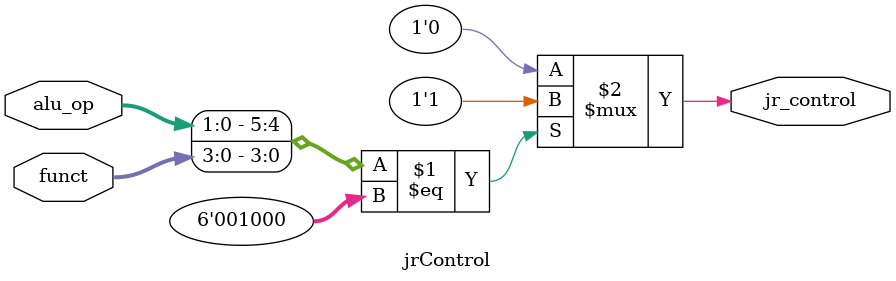
<source format=v>
`timescale 1ns/10ps
module jrControl(
  input [1:0] alu_op,
  input [3:0] funct,
  output jr_control);
  
  assign jr_control = ({alu_op, funct} == 6'b001000) ? 1'b1 : 1'b0;
endmodule
</source>
